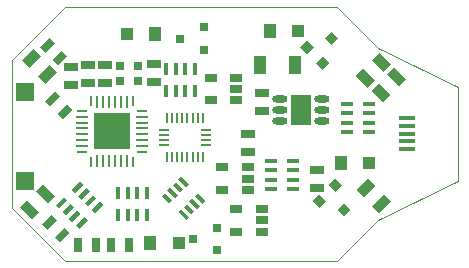
<source format=gtp>
G04 #@! TF.FileFunction,Paste,Top*
%FSLAX46Y46*%
G04 Gerber Fmt 4.6, Leading zero omitted, Abs format (unit mm)*
G04 Created by KiCad (PCBNEW 4.0.4+e1-6308~48~ubuntu16.04.1-stable) date Tue Sep 13 21:39:42 2016*
%MOMM*%
%LPD*%
G01*
G04 APERTURE LIST*
%ADD10C,0.150000*%
%ADD11C,0.100000*%
%ADD12R,0.635000X1.143000*%
%ADD13R,1.143000X0.635000*%
%ADD14R,1.000000X0.400000*%
%ADD15R,1.000000X1.200000*%
%ADD16R,1.000000X1.000000*%
%ADD17R,1.350000X0.390000*%
%ADD18R,0.400000X1.000000*%
%ADD19R,3.100000X3.100000*%
%ADD20R,0.900000X0.260000*%
%ADD21R,1.000000X0.260000*%
%ADD22R,0.260000X0.900000*%
%ADD23R,0.260000X1.000000*%
%ADD24R,0.230000X0.900000*%
%ADD25R,0.900000X0.230000*%
%ADD26R,0.700000X0.700000*%
%ADD27R,0.800100X0.800100*%
%ADD28O,1.300000X0.600000*%
%ADD29R,1.725000X2.500000*%
%ADD30R,1.060000X0.650000*%
%ADD31R,1.500000X1.500000*%
%ADD32R,1.000000X1.600000*%
G04 APERTURE END LIST*
D10*
D11*
X72944000Y-70676000D02*
X49944000Y-70676000D01*
X72944000Y-49176000D02*
X49944000Y-49176000D01*
X49944000Y-70676000D02*
X45444000Y-66176000D01*
X45444000Y-53676000D02*
X49944000Y-49176000D01*
X83194000Y-63926000D02*
X76444000Y-67176000D01*
X83194000Y-55926000D02*
X83194000Y-63926000D01*
X76444000Y-52676000D02*
X83194000Y-55926000D01*
X45444000Y-53676000D02*
X45444000Y-66176000D01*
X72944000Y-49176000D02*
X76444000Y-52676000D01*
X72944000Y-70676000D02*
X76444000Y-67176000D01*
D12*
X51084480Y-69281040D03*
X52608480Y-69281040D03*
D13*
X53355240Y-55618380D03*
X53355240Y-54094380D03*
X57470040Y-54018180D03*
X57470040Y-55542180D03*
D10*
G36*
X50603453Y-57847030D02*
X49795230Y-58655253D01*
X49346217Y-58206240D01*
X50154440Y-57398017D01*
X50603453Y-57847030D01*
X50603453Y-57847030D01*
G37*
G36*
X49525823Y-56769400D02*
X48717600Y-57577623D01*
X48268587Y-57128610D01*
X49076810Y-56320387D01*
X49525823Y-56769400D01*
X49525823Y-56769400D01*
G37*
D14*
X69220800Y-64574420D03*
X69220800Y-63774420D03*
X69220800Y-62974420D03*
X69220800Y-62174420D03*
X67360800Y-62174420D03*
X67360800Y-62974420D03*
X67360800Y-63774420D03*
X67360800Y-64574420D03*
D15*
X57571640Y-51419760D03*
D16*
X55171640Y-51419760D03*
D17*
X78940680Y-61203360D03*
X78940680Y-60553360D03*
X78940680Y-59903360D03*
X78940680Y-59253360D03*
X78940680Y-58603360D03*
D13*
X51876960Y-54076600D03*
X51876960Y-55600600D03*
X65417700Y-61478160D03*
X65417700Y-59954160D03*
X66598800Y-57970420D03*
X66598800Y-56446420D03*
D12*
X53842920Y-69311520D03*
X55366920Y-69311520D03*
D18*
X56856480Y-64939820D03*
X56056480Y-64939820D03*
X55256480Y-64939820D03*
X54456480Y-64939820D03*
X54456480Y-66799820D03*
X55256480Y-66799820D03*
X56056480Y-66799820D03*
X56856480Y-66799820D03*
D10*
G36*
X49169728Y-65951993D02*
X49876835Y-65244886D01*
X50159678Y-65527729D01*
X49452571Y-66234836D01*
X49169728Y-65951993D01*
X49169728Y-65951993D01*
G37*
G36*
X49735413Y-66517679D02*
X50442520Y-65810572D01*
X50725363Y-66093415D01*
X50018256Y-66800522D01*
X49735413Y-66517679D01*
X49735413Y-66517679D01*
G37*
G36*
X50301098Y-67083364D02*
X51008205Y-66376257D01*
X51291048Y-66659100D01*
X50583941Y-67366207D01*
X50301098Y-67083364D01*
X50301098Y-67083364D01*
G37*
G36*
X50866784Y-67649049D02*
X51573891Y-66941942D01*
X51856734Y-67224785D01*
X51149627Y-67931892D01*
X50866784Y-67649049D01*
X50866784Y-67649049D01*
G37*
G36*
X52182002Y-66333831D02*
X52889109Y-65626724D01*
X53171952Y-65909567D01*
X52464845Y-66616674D01*
X52182002Y-66333831D01*
X52182002Y-66333831D01*
G37*
G36*
X51616317Y-65768145D02*
X52323424Y-65061038D01*
X52606267Y-65343881D01*
X51899160Y-66050988D01*
X51616317Y-65768145D01*
X51616317Y-65768145D01*
G37*
G36*
X51050632Y-65202460D02*
X51757739Y-64495353D01*
X52040582Y-64778196D01*
X51333475Y-65485303D01*
X51050632Y-65202460D01*
X51050632Y-65202460D01*
G37*
G36*
X50484946Y-64636775D02*
X51192053Y-63929668D01*
X51474896Y-64212511D01*
X50767789Y-64919618D01*
X50484946Y-64636775D01*
X50484946Y-64636775D01*
G37*
G36*
X59032586Y-65525896D02*
X58785098Y-65773384D01*
X58148702Y-65136988D01*
X58396190Y-64889500D01*
X59032586Y-65525896D01*
X59032586Y-65525896D01*
G37*
G36*
X59492206Y-65066277D02*
X59244718Y-65313765D01*
X58608322Y-64677369D01*
X58855810Y-64429881D01*
X59492206Y-65066277D01*
X59492206Y-65066277D01*
G37*
G36*
X59951825Y-64606658D02*
X59704337Y-64854146D01*
X59067941Y-64217750D01*
X59315429Y-63970262D01*
X59951825Y-64606658D01*
X59951825Y-64606658D01*
G37*
G36*
X60411444Y-64147038D02*
X60163956Y-64394526D01*
X59527560Y-63758130D01*
X59775048Y-63510642D01*
X60411444Y-64147038D01*
X60411444Y-64147038D01*
G37*
G36*
X61825658Y-65561252D02*
X61578170Y-65808740D01*
X60941774Y-65172344D01*
X61189262Y-64924856D01*
X61825658Y-65561252D01*
X61825658Y-65561252D01*
G37*
G36*
X61366038Y-66020871D02*
X61118550Y-66268359D01*
X60482154Y-65631963D01*
X60729642Y-65384475D01*
X61366038Y-66020871D01*
X61366038Y-66020871D01*
G37*
G36*
X60906419Y-66480490D02*
X60658931Y-66727978D01*
X60022535Y-66091582D01*
X60270023Y-65844094D01*
X60906419Y-66480490D01*
X60906419Y-66480490D01*
G37*
G36*
X60446800Y-66940110D02*
X60199312Y-67187598D01*
X59562916Y-66551202D01*
X59810404Y-66303714D01*
X60446800Y-66940110D01*
X60446800Y-66940110D01*
G37*
D19*
X53929280Y-59700160D03*
D20*
X51379280Y-57950160D03*
D21*
X51429280Y-58450160D03*
X51429280Y-58950160D03*
X51429280Y-59450160D03*
X51429280Y-59950160D03*
X51429280Y-60450160D03*
X51429280Y-60950160D03*
D20*
X51379280Y-61450160D03*
D22*
X52179280Y-62250160D03*
D23*
X52679280Y-62200160D03*
X53179280Y-62200160D03*
X53679280Y-62200160D03*
X54179280Y-62200160D03*
X54679280Y-62200160D03*
X55179280Y-62200160D03*
D22*
X55679280Y-62250160D03*
D20*
X56479280Y-61450160D03*
D21*
X56429280Y-60950160D03*
X56429280Y-60450160D03*
X56429280Y-59950160D03*
X56429280Y-59450160D03*
X56429280Y-58950160D03*
X56429280Y-58450160D03*
D20*
X56479280Y-57950160D03*
D22*
X55679280Y-57150160D03*
D23*
X55179280Y-57200160D03*
X54679280Y-57200160D03*
X54179280Y-57200160D03*
X53679280Y-57200160D03*
X53179280Y-57200160D03*
X52679280Y-57200160D03*
D22*
X52179280Y-57150160D03*
D24*
X58596480Y-58586100D03*
D25*
X58323480Y-59591100D03*
X58323480Y-60021100D03*
X58323480Y-60451100D03*
X58323480Y-60881100D03*
D24*
X58596480Y-61886100D03*
X59026480Y-61886100D03*
X59456480Y-61886100D03*
X59886480Y-61886100D03*
X60316480Y-61886100D03*
X60746480Y-61886100D03*
X61176480Y-61886100D03*
X61606480Y-61886100D03*
D25*
X61879480Y-60881100D03*
X61879480Y-60451100D03*
X61879480Y-60021100D03*
X61879480Y-59591100D03*
D24*
X61606480Y-58586100D03*
X61176480Y-58586100D03*
X60746480Y-58586100D03*
X60316480Y-58586100D03*
X59886480Y-58586100D03*
X59456480Y-58586100D03*
X59026480Y-58586100D03*
D26*
X54566920Y-55395420D03*
X56166920Y-54195420D03*
X54566920Y-54195420D03*
X56166920Y-55395420D03*
D27*
X61711840Y-52793940D03*
X61711840Y-50893940D03*
X59712860Y-51843940D03*
D18*
X58533180Y-56317240D03*
X59333180Y-56317240D03*
X60133180Y-56317240D03*
X60933180Y-56317240D03*
X60933180Y-54457240D03*
X60133180Y-54457240D03*
X59333180Y-54457240D03*
X58533180Y-54457240D03*
D10*
G36*
X75543526Y-55987602D02*
X74555698Y-54999774D01*
X75184316Y-54371156D01*
X76172144Y-55358984D01*
X75543526Y-55987602D01*
X75543526Y-55987602D01*
G37*
G36*
X76890564Y-54640564D02*
X75902736Y-53652736D01*
X76531354Y-53024118D01*
X77519182Y-54011946D01*
X76890564Y-54640564D01*
X76890564Y-54640564D01*
G37*
D15*
X57176820Y-69169280D03*
D16*
X59576820Y-69169280D03*
D15*
X67319040Y-51170840D03*
D16*
X69719040Y-51170840D03*
D15*
X73305820Y-62390020D03*
D16*
X75705820Y-62390020D03*
D27*
X62798960Y-69758600D03*
X62798960Y-67858600D03*
X60799980Y-68808600D03*
D10*
G36*
X69860648Y-52563093D02*
X70426404Y-51997337D01*
X70992160Y-52563093D01*
X70426404Y-53128849D01*
X69860648Y-52563093D01*
X69860648Y-52563093D01*
G37*
G36*
X71204151Y-53906596D02*
X71769907Y-53340840D01*
X72335663Y-53906596D01*
X71769907Y-54472352D01*
X71204151Y-53906596D01*
X71204151Y-53906596D01*
G37*
G36*
X71945892Y-51821352D02*
X72511648Y-51255596D01*
X73077404Y-51821352D01*
X72511648Y-52387108D01*
X71945892Y-51821352D01*
X71945892Y-51821352D01*
G37*
G36*
X72831627Y-63685908D02*
X73397383Y-64251664D01*
X72831627Y-64817420D01*
X72265871Y-64251664D01*
X72831627Y-63685908D01*
X72831627Y-63685908D01*
G37*
G36*
X71488124Y-65029411D02*
X72053880Y-65595167D01*
X71488124Y-66160923D01*
X70922368Y-65595167D01*
X71488124Y-65029411D01*
X71488124Y-65029411D01*
G37*
G36*
X73573368Y-65771152D02*
X74139124Y-66336908D01*
X73573368Y-66902664D01*
X73007612Y-66336908D01*
X73573368Y-65771152D01*
X73573368Y-65771152D01*
G37*
D14*
X75685100Y-59750860D03*
X75685100Y-58950860D03*
X75685100Y-58150860D03*
X75685100Y-57350860D03*
X73825100Y-57350860D03*
X73825100Y-58150860D03*
X73825100Y-58950860D03*
X73825100Y-59750860D03*
D28*
X71703440Y-58834020D03*
X71703440Y-57884020D03*
X71703440Y-56934020D03*
X68163440Y-56934020D03*
X68163440Y-57884020D03*
X68163440Y-58834020D03*
D29*
X69933440Y-57884020D03*
D10*
G36*
X74596338Y-64657086D02*
X75584166Y-63669258D01*
X76212784Y-64297876D01*
X75224956Y-65285704D01*
X74596338Y-64657086D01*
X74596338Y-64657086D01*
G37*
G36*
X75943376Y-66004124D02*
X76931204Y-65016296D01*
X77559822Y-65644914D01*
X76571994Y-66632742D01*
X75943376Y-66004124D01*
X75943376Y-66004124D01*
G37*
G36*
X76856706Y-57229662D02*
X75868878Y-56241834D01*
X76497496Y-55613216D01*
X77485324Y-56601044D01*
X76856706Y-57229662D01*
X76856706Y-57229662D01*
G37*
G36*
X78203744Y-55882624D02*
X77215916Y-54894796D01*
X77844534Y-54266178D01*
X78832362Y-55254006D01*
X78203744Y-55882624D01*
X78203744Y-55882624D01*
G37*
D30*
X65466320Y-64655700D03*
X65466320Y-63705700D03*
X65466320Y-62755700D03*
X63266320Y-62755700D03*
X63266320Y-64655700D03*
X66598980Y-68186340D03*
X66598980Y-67236340D03*
X66598980Y-66286340D03*
X64398980Y-66286340D03*
X64398980Y-68186340D03*
X64470460Y-57058600D03*
X64470460Y-56108600D03*
X64470460Y-55158600D03*
X62270460Y-55158600D03*
X62270460Y-57058600D03*
D31*
X46593760Y-56392120D03*
X46593760Y-63892120D03*
D10*
G36*
X47123885Y-67142863D02*
X46136057Y-66155035D01*
X46764675Y-65526417D01*
X47752503Y-66514245D01*
X47123885Y-67142863D01*
X47123885Y-67142863D01*
G37*
G36*
X48470923Y-65795825D02*
X47483095Y-64807997D01*
X48111713Y-64179379D01*
X49099541Y-65167207D01*
X48470923Y-65795825D01*
X48470923Y-65795825D01*
G37*
G36*
X46333339Y-53691487D02*
X47321167Y-52703659D01*
X47949785Y-53332277D01*
X46961957Y-54320105D01*
X46333339Y-53691487D01*
X46333339Y-53691487D01*
G37*
G36*
X47680377Y-55038525D02*
X48668205Y-54050697D01*
X49296823Y-54679315D01*
X48308995Y-55667143D01*
X47680377Y-55038525D01*
X47680377Y-55038525D01*
G37*
G36*
X50148793Y-53308050D02*
X49340570Y-54116273D01*
X48891557Y-53667260D01*
X49699780Y-52859037D01*
X50148793Y-53308050D01*
X50148793Y-53308050D01*
G37*
G36*
X49071163Y-52230420D02*
X48262940Y-53038643D01*
X47813927Y-52589630D01*
X48622150Y-51781407D01*
X49071163Y-52230420D01*
X49071163Y-52230420D01*
G37*
G36*
X50372313Y-68294050D02*
X49564090Y-69102273D01*
X49115077Y-68653260D01*
X49923300Y-67845037D01*
X50372313Y-68294050D01*
X50372313Y-68294050D01*
G37*
G36*
X49294683Y-67216420D02*
X48486460Y-68024643D01*
X48037447Y-67575630D01*
X48845670Y-66767407D01*
X49294683Y-67216420D01*
X49294683Y-67216420D01*
G37*
D13*
X71272400Y-64500760D03*
X71272400Y-62976760D03*
X50454560Y-54229000D03*
X50454560Y-55753000D03*
D32*
X66438520Y-54051200D03*
X69438520Y-54051200D03*
M02*

</source>
